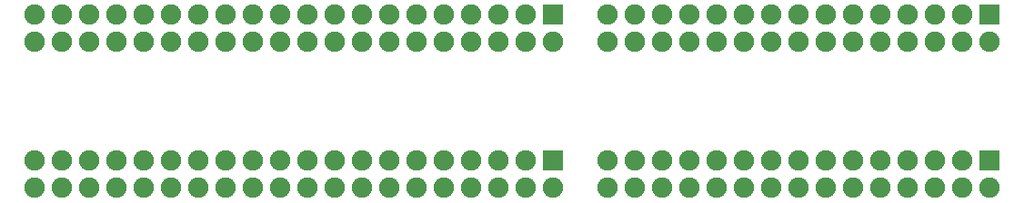
<source format=gbr>
G04 DipTrace 4.3.0.5*
G04 BottomMask.gbr*
%MOMM*%
G04 #@! TF.FileFunction,Soldermask,Bot*
G04 #@! TF.Part,Single*
%ADD21C,1.9*%
%ADD23R,1.9X1.9*%
%FSLAX35Y35*%
G04*
G71*
G90*
G75*
G01*
G04 BotMask*
%LPD*%
D23*
X4445000Y254000D3*
D21*
Y0D3*
X4191000Y254000D3*
Y0D3*
X3937000Y254000D3*
Y0D3*
X3683000Y254000D3*
Y0D3*
X3429000Y254000D3*
Y0D3*
X3175000Y254000D3*
Y0D3*
X2921000Y254000D3*
Y0D3*
X2667000Y254000D3*
Y0D3*
X2413000Y254000D3*
Y0D3*
X2159000Y254000D3*
Y0D3*
X1905000Y254000D3*
Y0D3*
X1651000Y254000D3*
Y0D3*
X1397000Y254000D3*
Y0D3*
X1143000Y254000D3*
Y0D3*
X889000Y254000D3*
Y0D3*
D23*
X381000Y254000D3*
D21*
Y0D3*
X127000Y254000D3*
Y0D3*
X-127000Y254000D3*
Y0D3*
X-381000Y254000D3*
Y0D3*
X-635000Y254000D3*
Y0D3*
X-889000Y254000D3*
Y0D3*
X-1143000Y254000D3*
Y0D3*
X-1397000Y254000D3*
Y0D3*
X-1651000Y254000D3*
Y0D3*
X-1905000Y254000D3*
Y0D3*
X-2159000Y254000D3*
Y0D3*
X-2413000Y254000D3*
Y0D3*
X-2667000Y254000D3*
Y0D3*
X-2921000Y254000D3*
Y0D3*
X-3175000Y254000D3*
Y0D3*
X-3429000Y254000D3*
Y0D3*
X-3683000Y254000D3*
Y0D3*
X-3937000Y254000D3*
Y0D3*
X-4191000Y254000D3*
Y0D3*
X-4445000Y254000D3*
Y0D3*
D23*
X4445000Y1619250D3*
D21*
Y1365250D3*
X4191000Y1619250D3*
Y1365250D3*
X3937000Y1619250D3*
Y1365250D3*
X3683000Y1619250D3*
Y1365250D3*
X3429000Y1619250D3*
Y1365250D3*
X3175000Y1619250D3*
Y1365250D3*
X2921000Y1619250D3*
Y1365250D3*
X2667000Y1619250D3*
Y1365250D3*
X2413000Y1619250D3*
Y1365250D3*
X2159000Y1619250D3*
Y1365250D3*
X1905000Y1619250D3*
Y1365250D3*
X1651000Y1619250D3*
Y1365250D3*
X1397000Y1619250D3*
Y1365250D3*
X1143000Y1619250D3*
Y1365250D3*
X889000Y1619250D3*
Y1365250D3*
D23*
X381000Y1619250D3*
D21*
Y1365250D3*
X127000Y1619250D3*
Y1365250D3*
X-127000Y1619250D3*
Y1365250D3*
X-381000Y1619250D3*
Y1365250D3*
X-635000Y1619250D3*
Y1365250D3*
X-889000Y1619250D3*
Y1365250D3*
X-1143000Y1619250D3*
Y1365250D3*
X-1397000Y1619250D3*
Y1365250D3*
X-1651000Y1619250D3*
Y1365250D3*
X-1905000Y1619250D3*
Y1365250D3*
X-2159000Y1619250D3*
Y1365250D3*
X-2413000Y1619250D3*
Y1365250D3*
X-2667000Y1619250D3*
Y1365250D3*
X-2921000Y1619250D3*
Y1365250D3*
X-3175000Y1619250D3*
Y1365250D3*
X-3429000Y1619250D3*
Y1365250D3*
X-3683000Y1619250D3*
Y1365250D3*
X-3937000Y1619250D3*
Y1365250D3*
X-4191000Y1619250D3*
Y1365250D3*
X-4445000Y1619250D3*
Y1365250D3*
M02*

</source>
